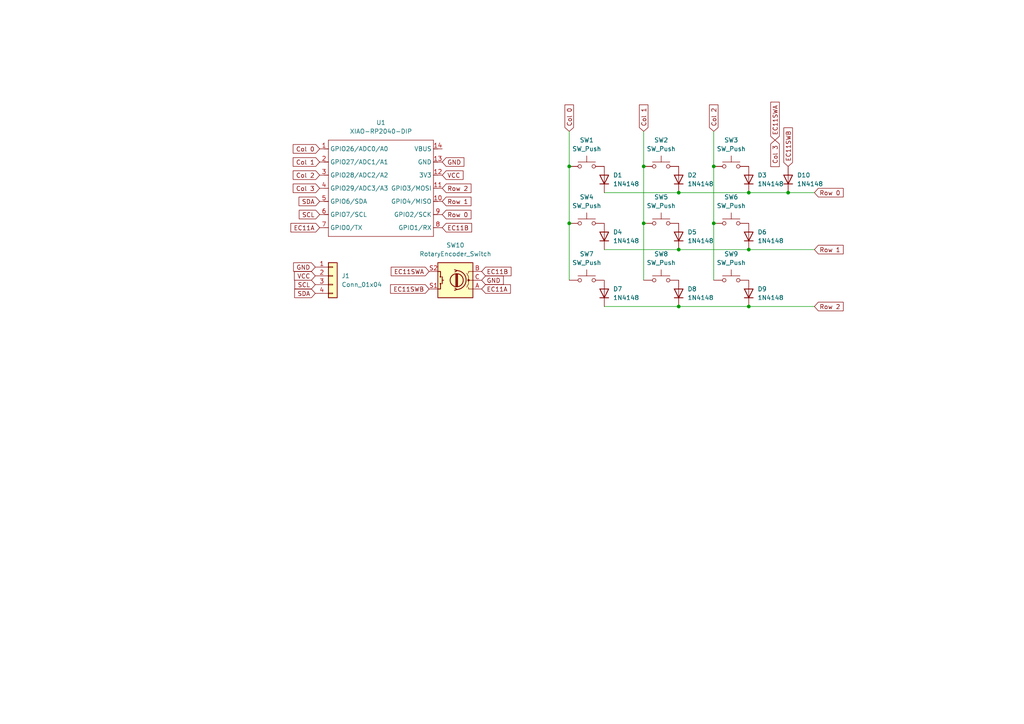
<source format=kicad_sch>
(kicad_sch (version 20250114) (generator "eeschema") (generator_version "9.0")
  (paper "A4")
  (lib_symbols
    (symbol "Connector_Generic:Conn_01x04" (pin_names (offset 1.016) (hide yes))
      (property "Reference" "J" (at 0 5.08 0))
      (property "Value" "Conn_01x04" (at 0 -7.62 0))
      (symbol "Conn_01x04_1_1"
        (rectangle (start -1.27 3.81) (end 1.27 -6.35) (stroke (width 0.254)) (fill (type background)))
        (rectangle (start -1.27 2.667) (end 0 2.413) (stroke (width 0.1524)))
        (rectangle (start -1.27 0.127) (end 0 -0.127) (stroke (width 0.1524)))
        (rectangle (start -1.27 -2.413) (end 0 -2.667) (stroke (width 0.1524)))
        (rectangle (start -1.27 -4.953) (end 0 -5.207) (stroke (width 0.1524)))
        (pin passive line (at -5.08 2.54 0) (length 3.81) (name "Pin_1") (number "1"))
        (pin passive line (at -5.08 0 0) (length 3.81) (name "Pin_2") (number "2"))
        (pin passive line (at -5.08 -2.54 0) (length 3.81) (name "Pin_3") (number "3"))
        (pin passive line (at -5.08 -5.08 0) (length 3.81) (name "Pin_4") (number "4"))
      )
    )
    (symbol "Device:RotaryEncoder_Switch" (pin_names (offset 0.254) (hide yes))
      (property "Reference" "SW" (at 0 6.604 0))
      (property "Value" "RotaryEncoder_Switch" (at 0 -6.604 0))
      (symbol "RotaryEncoder_Switch_0_1"
        (rectangle (start -5.08 5.08) (end 5.08 -5.08) (stroke (width 0.254)) (fill (type background)))
        (polyline (pts (xy -5.08 2.54) (xy -3.81 2.54) (xy -3.81 2.032)))
        (polyline (pts (xy -5.08 0) (xy -3.81 0) (xy -3.81 -1.016) (xy -3.302 -2.032)))
        (polyline (pts (xy -5.08 -2.54) (xy -3.81 -2.54) (xy -3.81 -2.032)))
        (polyline (pts (xy -4.318 0) (xy -3.81 0) (xy -3.81 1.016) (xy -3.302 2.032)))
        (circle (center -3.81 0) (radius 0.254) (fill (type outline)))
        (polyline (pts (xy -0.635 -1.778) (xy -0.635 1.778)) (stroke (width 0.254)))
        (circle (center -0.381 0) (radius 1.905) (stroke (width 0.254)))
        (polyline (pts (xy -0.381 -1.778) (xy -0.381 1.778)) (stroke (width 0.254)))
        (arc (start -0.381 -2.794) (mid -3.0988 -0.0635) (end -0.381 2.667) (stroke (width 0.254)))
        (polyline (pts (xy -0.127 1.778) (xy -0.127 -1.778)) (stroke (width 0.254)))
        (polyline (pts (xy 0.254 2.921) (xy -0.508 2.667) (xy 0.127 2.286)) (stroke (width 0.254)))
        (polyline (pts (xy 0.254 -3.048) (xy -0.508 -2.794) (xy 0.127 -2.413)) (stroke (width 0.254)))
        (polyline (pts (xy 3.81 1.016) (xy 3.81 -1.016)) (stroke (width 0.254)))
        (polyline (pts (xy 3.81 0) (xy 3.429 0)) (stroke (width 0.254)))
        (circle (center 4.318 1.016) (radius 0.127) (stroke (width 0.254)))
        (circle (center 4.318 -1.016) (radius 0.127) (stroke (width 0.254)))
        (polyline (pts (xy 5.08 2.54) (xy 4.318 2.54) (xy 4.318 1.016)) (stroke (width 0.254)))
        (polyline (pts (xy 5.08 -2.54) (xy 4.318 -2.54) (xy 4.318 -1.016)) (stroke (width 0.254)))
      )
      (symbol "RotaryEncoder_Switch_1_1"
        (pin passive line (at -7.62 2.54 0) (length 2.54) (name "A") (number "A"))
        (pin passive line (at -7.62 0 0) (length 2.54) (name "C") (number "C"))
        (pin passive line (at -7.62 -2.54 0) (length 2.54) (name "B") (number "B"))
        (pin passive line (at 7.62 2.54 180) (length 2.54) (name "S1") (number "S1"))
        (pin passive line (at 7.62 -2.54 180) (length 2.54) (name "S2") (number "S2"))
      )
    )
    (symbol "Diode:1N4148" (pin_numbers (hide yes)) (pin_names (hide yes))
      (property "Reference" "D" (at 0 2.54 0))
      (property "Value" "1N4148" (at 0 -2.54 0))
      (symbol "1N4148_0_1"
        (polyline (pts (xy -1.27 1.27) (xy -1.27 -1.27)) (stroke (width 0.254)))
        (polyline (pts (xy 1.27 1.27) (xy 1.27 -1.27) (xy -1.27 0) (xy 1.27 1.27)) (stroke (width 0.254)))
        (polyline (pts (xy 1.27 0) (xy -1.27 0)))
      )
      (symbol "1N4148_1_1"
        (pin passive line (at -3.81 0 0) (length 2.54) (name "K") (number "1"))
        (pin passive line (at 3.81 0 180) (length 2.54) (name "A") (number "2"))
      )
    )
    (symbol "OPL:XIAO-RP2040-DIP"
      (property "Reference" "U" (at 0 0 0))
      (property "Value" "XIAO-RP2040-DIP" (at 5.334 -1.778 0))
      (symbol "XIAO-RP2040-DIP_1_0"
        (polyline (pts (xy -1.27 -2.54) (xy 29.21 -2.54)) (stroke (width 0.1524)))
        (polyline (pts (xy -1.27 -5.08) (xy -2.54 -5.08)) (stroke (width 0.1524)))
        (polyline (pts (xy -1.27 -5.08) (xy -1.27 -2.54)) (stroke (width 0.1524)))
        (polyline (pts (xy -1.27 -8.89) (xy -2.54 -8.89)) (stroke (width 0.1524)))
        (polyline (pts (xy -1.27 -8.89) (xy -1.27 -5.08)) (stroke (width 0.1524)))
        (polyline (pts (xy -1.27 -12.7) (xy -2.54 -12.7)) (stroke (width 0.1524)))
        (polyline (pts (xy -1.27 -12.7) (xy -1.27 -8.89)) (stroke (width 0.1524)))
        (polyline (pts (xy -1.27 -16.51) (xy -2.54 -16.51)) (stroke (width 0.1524)))
        (polyline (pts (xy -1.27 -16.51) (xy -1.27 -12.7)) (stroke (width 0.1524)))
        (polyline (pts (xy -1.27 -20.32) (xy -2.54 -20.32)) (stroke (width 0.1524)))
        (polyline (pts (xy -1.27 -24.13) (xy -2.54 -24.13)) (stroke (width 0.1524)))
        (polyline (pts (xy -1.27 -27.94) (xy -2.54 -27.94)) (stroke (width 0.1524)))
        (polyline (pts (xy -1.27 -30.48) (xy -1.27 -16.51)) (stroke (width 0.1524)))
        (polyline (pts (xy 29.21 -2.54) (xy 29.21 -5.08)) (stroke (width 0.1524)))
        (polyline (pts (xy 29.21 -5.08) (xy 29.21 -8.89)) (stroke (width 0.1524)))
        (polyline (pts (xy 29.21 -8.89) (xy 29.21 -12.7)) (stroke (width 0.1524)))
        (polyline (pts (xy 29.21 -12.7) (xy 29.21 -30.48)) (stroke (width 0.1524)))
        (polyline (pts (xy 29.21 -30.48) (xy -1.27 -30.48)) (stroke (width 0.1524)))
        (polyline (pts (xy 30.48 -5.08) (xy 29.21 -5.08)) (stroke (width 0.1524)))
        (polyline (pts (xy 30.48 -8.89) (xy 29.21 -8.89)) (stroke (width 0.1524)))
        (polyline (pts (xy 30.48 -12.7) (xy 29.21 -12.7)) (stroke (width 0.1524)))
        (polyline (pts (xy 30.48 -16.51) (xy 29.21 -16.51)) (stroke (width 0.1524)))
        (polyline (pts (xy 30.48 -20.32) (xy 29.21 -20.32)) (stroke (width 0.1524)))
        (polyline (pts (xy 30.48 -24.13) (xy 29.21 -24.13)) (stroke (width 0.1524)))
        (polyline (pts (xy 30.48 -27.94) (xy 29.21 -27.94)) (stroke (width 0.1524)))
        (pin passive line (at -3.81 -5.08 0) (length 2.54) (name "GPIO26/ADC0/A0") (number "1"))
        (pin passive line (at -3.81 -8.89 0) (length 2.54) (name "GPIO27/ADC1/A1") (number "2"))
        (pin passive line (at -3.81 -12.7 0) (length 2.54) (name "GPIO28/ADC2/A2") (number "3"))
        (pin passive line (at -3.81 -16.51 0) (length 2.54) (name "GPIO29/ADC3/A3") (number "4"))
        (pin passive line (at -3.81 -20.32 0) (length 2.54) (name "GPIO6/SDA") (number "5"))
        (pin passive line (at -3.81 -24.13 0) (length 2.54) (name "GPIO7/SCL") (number "6"))
        (pin passive line (at -3.81 -27.94 0) (length 2.54) (name "GPIO0/TX") (number "7"))
        (pin passive line (at 31.75 -5.08 180) (length 2.54) (name "VBUS") (number "14"))
        (pin passive line (at 31.75 -8.89 180) (length 2.54) (name "GND") (number "13"))
        (pin passive line (at 31.75 -12.7 180) (length 2.54) (name "3V3") (number "12"))
        (pin passive line (at 31.75 -16.51 180) (length 2.54) (name "GPIO3/MOSI") (number "11"))
        (pin passive line (at 31.75 -20.32 180) (length 2.54) (name "GPIO4/MISO") (number "10"))
        (pin passive line (at 31.75 -24.13 180) (length 2.54) (name "GPIO2/SCK") (number "9"))
        (pin passive line (at 31.75 -27.94 180) (length 2.54) (name "GPIO1/RX") (number "8"))
      )
    )
    (symbol "Switch:SW_Push" (pin_numbers (hide yes)) (pin_names (offset 1.016) (hide yes))
      (property "Reference" "SW" (at 1.27 2.54 0))
      (property "Value" "SW_Push" (at 0 -1.524 0))
      (symbol "SW_Push_0_1"
        (circle (center -2.032 0) (radius 0.508))
        (polyline (pts (xy 0 1.27) (xy 0 3.048)))
        (circle (center 2.032 0) (radius 0.508))
        (polyline (pts (xy 2.54 1.27) (xy -2.54 1.27)))
        (pin passive line (at -5.08 0 0) (length 2.54) (name "1") (number "1"))
        (pin passive line (at 5.08 0 180) (length 2.54) (name "2") (number "2"))
      )
    )
  )
  (junction (at 228.6 55.88))
  (junction (at 165.1 64.77))
  (junction (at 186.69 48.26))
  (junction (at 196.85 72.39))
  (junction (at 196.85 88.9))
  (junction (at 165.1 48.26))
  (junction (at 217.17 88.9))
  (junction (at 207.01 48.26))
  (junction (at 217.17 55.88))
  (junction (at 217.17 72.39))
  (junction (at 196.85 55.88))
  (junction (at 207.01 64.77))
  (junction (at 186.69 64.77))
  (wire (pts (xy 165.1 64.77) (xy 165.1 81.28)))
  (wire (pts (xy 217.17 55.88) (xy 228.6 55.88)))
  (wire (pts (xy 186.69 64.77) (xy 186.69 81.28)))
  (wire (pts (xy 207.01 64.77) (xy 207.01 81.28)))
  (wire (pts (xy 217.17 72.39) (xy 236.22 72.39)))
  (wire (pts (xy 186.69 38.1) (xy 186.69 48.26)))
  (wire (pts (xy 236.22 88.9) (xy 217.17 88.9)))
  (wire (pts (xy 228.6 55.88) (xy 236.22 55.88)))
  (wire (pts (xy 175.26 88.9) (xy 196.85 88.9)))
  (wire (pts (xy 186.69 48.26) (xy 186.69 64.77)))
  (wire (pts (xy 196.85 72.39) (xy 217.17 72.39)))
  (wire (pts (xy 165.1 38.1) (xy 165.1 48.26)))
  (wire (pts (xy 196.85 55.88) (xy 217.17 55.88)))
  (wire (pts (xy 165.1 48.26) (xy 165.1 64.77)))
  (wire (pts (xy 175.26 72.39) (xy 196.85 72.39)))
  (wire (pts (xy 175.26 55.88) (xy 196.85 55.88)))
  (wire (pts (xy 207.01 48.26) (xy 207.01 64.77)))
  (wire (pts (xy 196.85 88.9) (xy 217.17 88.9)))
  (wire (pts (xy 207.01 38.1) (xy 207.01 48.26)))
  (global_label "EC11A" (shape input) (at 139.7 83.82 0) (property "Intersheetrefs" "${INTERSHEET_REFS}" (effects (hide yes))))
  (global_label "EC11B" (shape input) (at 128.27 66.04 0) (property "Intersheetrefs" "${INTERSHEET_REFS}" (effects (hide yes))))
  (global_label "Col 2" (shape input) (at 92.71 50.8 180) (property "Intersheetrefs" "${INTERSHEET_REFS}" (effects (hide yes))))
  (global_label "EC11SWB" (shape input) (at 228.6 48.26 90) (property "Intersheetrefs" "${INTERSHEET_REFS}" (effects (hide yes))))
  (global_label "GND" (shape input) (at 91.44 77.47 180) (property "Intersheetrefs" "${INTERSHEET_REFS}" (effects (hide yes))))
  (global_label "Col 0" (shape input) (at 92.71 43.18 180) (property "Intersheetrefs" "${INTERSHEET_REFS}" (effects (hide yes))))
  (global_label "EC11SWA" (shape input) (at 124.46 78.74 180) (property "Intersheetrefs" "${INTERSHEET_REFS}" (effects (hide yes))))
  (global_label "Row 1" (shape input) (at 128.27 58.42 0) (property "Intersheetrefs" "${INTERSHEET_REFS}" (effects (hide yes))))
  (global_label "EC11SWB" (shape input) (at 124.46 83.82 180) (property "Intersheetrefs" "${INTERSHEET_REFS}" (effects (hide yes))))
  (global_label "SCL" (shape input) (at 91.44 82.55 180) (property "Intersheetrefs" "${INTERSHEET_REFS}" (effects (hide yes))))
  (global_label "EC11SWA" (shape input) (at 224.79 40.64 90) (property "Intersheetrefs" "${INTERSHEET_REFS}" (effects (hide yes))))
  (global_label "Col 0" (shape input) (at 165.1 38.1 90) (property "Intersheetrefs" "${INTERSHEET_REFS}" (effects (hide yes))))
  (global_label "Col 2" (shape input) (at 207.01 38.1 90) (property "Intersheetrefs" "${INTERSHEET_REFS}" (effects (hide yes))))
  (global_label "Col 1" (shape input) (at 186.69 38.1 90) (property "Intersheetrefs" "${INTERSHEET_REFS}" (effects (hide yes))))
  (global_label "Row 0" (shape input) (at 236.22 55.88 0) (property "Intersheetrefs" "${INTERSHEET_REFS}" (effects (hide yes))))
  (global_label "Row 0" (shape input) (at 128.27 62.23 0) (property "Intersheetrefs" "${INTERSHEET_REFS}" (effects (hide yes))))
  (global_label "Row 2" (shape input) (at 236.22 88.9 0) (property "Intersheetrefs" "${INTERSHEET_REFS}" (effects (hide yes))))
  (global_label "VCC" (shape input) (at 91.44 80.01 180) (property "Intersheetrefs" "${INTERSHEET_REFS}" (effects (hide yes))))
  (global_label "Col 3" (shape input) (at 92.71 54.61 180) (property "Intersheetrefs" "${INTERSHEET_REFS}" (effects (hide yes))))
  (global_label "GND" (shape input) (at 128.27 46.99 0) (property "Intersheetrefs" "${INTERSHEET_REFS}" (effects (hide yes))))
  (global_label "SCL" (shape input) (at 92.71 62.23 180) (property "Intersheetrefs" "${INTERSHEET_REFS}" (effects (hide yes))))
  (global_label "EC11B" (shape input) (at 139.7 78.74 0) (property "Intersheetrefs" "${INTERSHEET_REFS}" (effects (hide yes))))
  (global_label "Col 1" (shape input) (at 92.71 46.99 180) (property "Intersheetrefs" "${INTERSHEET_REFS}" (effects (hide yes))))
  (global_label "Row 2" (shape input) (at 128.27 54.61 0) (property "Intersheetrefs" "${INTERSHEET_REFS}" (effects (hide yes))))
  (global_label "SDA" (shape input) (at 92.71 58.42 180) (property "Intersheetrefs" "${INTERSHEET_REFS}" (effects (hide yes))))
  (global_label "VCC" (shape input) (at 128.27 50.8 0) (property "Intersheetrefs" "${INTERSHEET_REFS}" (effects (hide yes))))
  (global_label "EC11A" (shape input) (at 92.71 66.04 180) (property "Intersheetrefs" "${INTERSHEET_REFS}" (effects (hide yes))))
  (global_label "SDA" (shape input) (at 91.44 85.09 180) (property "Intersheetrefs" "${INTERSHEET_REFS}" (effects (hide yes))))
  (global_label "Row 1" (shape input) (at 236.22 72.39 0) (property "Intersheetrefs" "${INTERSHEET_REFS}" (effects (hide yes))))
  (global_label "GND" (shape input) (at 139.7 81.28 0) (property "Intersheetrefs" "${INTERSHEET_REFS}" (effects (hide yes))))
  (global_label "Col 3" (shape input) (at 224.79 40.64 270) (property "Intersheetrefs" "${INTERSHEET_REFS}" (effects (hide yes))))
  (symbol (lib_id "Switch:SW_Push") (at 191.77 81.28 0) (unit 1)
    (property "Reference" "SW8" (at 191.77 73.66 0))
    (property "Value" "SW_Push" (at 191.77 76.2 0))
    (property "Footprint" "Button_Switch_Keyboard:SW_Cherry_MX_1.00u_PCB" (effects (hide yes)))
    (property "Description" "Push button switch, generic, two pins" (effects (hide yes)))
  )
  (symbol (lib_id "Diode:1N4148") (at 217.17 52.07 90) (unit 1)
    (property "Reference" "D3" (at 219.71 50.7999 90) (effects (justify right)))
    (property "Value" "1N4148" (at 219.71 53.3399 90) (effects (justify right)))
    (property "Footprint" "Diode_THT:D_DO-35_SOD27_P7.62mm_Horizontal" (effects (hide yes)))
    (property "Datasheet" "https://assets.nexperia.com/documents/data-sheet/1N4148_1N4448.pdf" (effects (hide yes)))
    (property "Description" "100V 0.15A standard switching diode, DO-35" (effects (hide yes)))
    (property "Sim.Device" "D" (effects (hide yes)))
    (property "Sim.Pins" "1=K 2=A" (effects (hide yes)))
  )
  (symbol (lib_id "Switch:SW_Push") (at 212.09 48.26 0) (unit 1)
    (property "Reference" "SW3" (at 212.09 40.64 0))
    (property "Value" "SW_Push" (at 212.09 43.18 0))
    (property "Footprint" "Button_Switch_Keyboard:SW_Cherry_MX_1.00u_PCB" (effects (hide yes)))
    (property "Description" "Push button switch, generic, two pins" (effects (hide yes)))
  )
  (symbol (lib_id "Diode:1N4148") (at 175.26 85.09 90) (unit 1)
    (property "Reference" "D7" (at 177.8 83.8199 90) (effects (justify right)))
    (property "Value" "1N4148" (at 177.8 86.3599 90) (effects (justify right)))
    (property "Footprint" "Diode_THT:D_DO-35_SOD27_P7.62mm_Horizontal" (effects (hide yes)))
    (property "Datasheet" "https://assets.nexperia.com/documents/data-sheet/1N4148_1N4448.pdf" (effects (hide yes)))
    (property "Description" "100V 0.15A standard switching diode, DO-35" (effects (hide yes)))
    (property "Sim.Device" "D" (effects (hide yes)))
    (property "Sim.Pins" "1=K 2=A" (effects (hide yes)))
  )
  (symbol (lib_id "Diode:1N4148") (at 217.17 85.09 90) (unit 1)
    (property "Reference" "D9" (at 219.71 83.8199 90) (effects (justify right)))
    (property "Value" "1N4148" (at 219.71 86.3599 90) (effects (justify right)))
    (property "Footprint" "Diode_THT:D_DO-35_SOD27_P7.62mm_Horizontal" (effects (hide yes)))
    (property "Datasheet" "https://assets.nexperia.com/documents/data-sheet/1N4148_1N4448.pdf" (effects (hide yes)))
    (property "Description" "100V 0.15A standard switching diode, DO-35" (effects (hide yes)))
    (property "Sim.Device" "D" (effects (hide yes)))
    (property "Sim.Pins" "1=K 2=A" (effects (hide yes)))
  )
  (symbol (lib_id "Switch:SW_Push") (at 212.09 81.28 0) (unit 1)
    (property "Reference" "SW9" (at 212.09 73.66 0))
    (property "Value" "SW_Push" (at 212.09 76.2 0))
    (property "Footprint" "Button_Switch_Keyboard:SW_Cherry_MX_1.00u_PCB" (effects (hide yes)))
    (property "Description" "Push button switch, generic, two pins" (effects (hide yes)))
  )
  (symbol (lib_id "Diode:1N4148") (at 196.85 68.58 90) (unit 1)
    (property "Reference" "D5" (at 199.39 67.3099 90) (effects (justify right)))
    (property "Value" "1N4148" (at 199.39 69.8499 90) (effects (justify right)))
    (property "Footprint" "Diode_THT:D_DO-35_SOD27_P7.62mm_Horizontal" (effects (hide yes)))
    (property "Datasheet" "https://assets.nexperia.com/documents/data-sheet/1N4148_1N4448.pdf" (effects (hide yes)))
    (property "Description" "100V 0.15A standard switching diode, DO-35" (effects (hide yes)))
    (property "Sim.Device" "D" (effects (hide yes)))
    (property "Sim.Pins" "1=K 2=A" (effects (hide yes)))
  )
  (symbol (lib_id "Diode:1N4148") (at 228.6 52.07 90) (unit 1)
    (property "Reference" "D10" (at 231.14 50.7999 90) (effects (justify right)))
    (property "Value" "1N4148" (at 231.14 53.3399 90) (effects (justify right)))
    (property "Footprint" "Diode_THT:D_DO-35_SOD27_P7.62mm_Horizontal" (effects (hide yes)))
    (property "Datasheet" "https://assets.nexperia.com/documents/data-sheet/1N4148_1N4448.pdf" (effects (hide yes)))
    (property "Description" "100V 0.15A standard switching diode, DO-35" (effects (hide yes)))
    (property "Sim.Device" "D" (effects (hide yes)))
    (property "Sim.Pins" "1=K 2=A" (effects (hide yes)))
  )
  (symbol (lib_id "OPL:XIAO-RP2040-DIP") (at 96.52 38.1 0) (unit 1)
    (property "Reference" "U1" (at 110.49 35.56 0))
    (property "Value" "XIAO-RP2040-DIP" (at 110.49 38.1 0))
    (property "Footprint" "OPL:XIAO-RP2040-DIP" (effects (hide yes)))
  )
  (symbol (lib_id "Diode:1N4148") (at 217.17 68.58 90) (unit 1)
    (property "Reference" "D6" (at 219.71 67.3099 90) (effects (justify right)))
    (property "Value" "1N4148" (at 219.71 69.8499 90) (effects (justify right)))
    (property "Footprint" "Diode_THT:D_DO-35_SOD27_P7.62mm_Horizontal" (effects (hide yes)))
    (property "Datasheet" "https://assets.nexperia.com/documents/data-sheet/1N4148_1N4448.pdf" (effects (hide yes)))
    (property "Description" "100V 0.15A standard switching diode, DO-35" (effects (hide yes)))
    (property "Sim.Device" "D" (effects (hide yes)))
    (property "Sim.Pins" "1=K 2=A" (effects (hide yes)))
  )
  (symbol (lib_id "Device:RotaryEncoder_Switch") (at 132.08 81.28 180) (unit 1)
    (property "Reference" "SW10" (at 132.08 71.12 0))
    (property "Value" "RotaryEncoder_Switch" (at 132.08 73.66 0))
    (property "Footprint" "Rotary_Encoder:RotaryEncoder_Alps_EC11E-Switch_Vertical_H20mm" (effects (hide yes)))
    (property "Description" "Rotary encoder, dual channel, incremental quadrate outputs, with switch" (effects (hide yes)))
  )
  (symbol (lib_id "Switch:SW_Push") (at 170.18 64.77 0) (unit 1)
    (property "Reference" "SW4" (at 170.18 57.15 0))
    (property "Value" "SW_Push" (at 170.18 59.69 0))
    (property "Footprint" "Button_Switch_Keyboard:SW_Cherry_MX_1.00u_PCB" (effects (hide yes)))
    (property "Description" "Push button switch, generic, two pins" (effects (hide yes)))
  )
  (symbol (lib_id "Diode:1N4148") (at 175.26 52.07 90) (unit 1)
    (property "Reference" "D1" (at 177.8 50.7999 90) (effects (justify right)))
    (property "Value" "1N4148" (at 177.8 53.3399 90) (effects (justify right)))
    (property "Footprint" "Diode_THT:D_DO-35_SOD27_P7.62mm_Horizontal" (effects (hide yes)))
    (property "Datasheet" "https://assets.nexperia.com/documents/data-sheet/1N4148_1N4448.pdf" (effects (hide yes)))
    (property "Description" "100V 0.15A standard switching diode, DO-35" (effects (hide yes)))
    (property "Sim.Device" "D" (effects (hide yes)))
    (property "Sim.Pins" "1=K 2=A" (effects (hide yes)))
  )
  (symbol (lib_id "Switch:SW_Push") (at 170.18 48.26 0) (unit 1)
    (property "Reference" "SW1" (at 170.18 40.64 0))
    (property "Value" "SW_Push" (at 170.18 43.18 0))
    (property "Footprint" "Button_Switch_Keyboard:SW_Cherry_MX_1.00u_PCB" (effects (hide yes)))
    (property "Description" "Push button switch, generic, two pins" (effects (hide yes)))
  )
  (symbol (lib_id "Switch:SW_Push") (at 212.09 64.77 0) (unit 1)
    (property "Reference" "SW6" (at 212.09 57.15 0))
    (property "Value" "SW_Push" (at 212.09 59.69 0))
    (property "Footprint" "Button_Switch_Keyboard:SW_Cherry_MX_1.00u_PCB" (effects (hide yes)))
    (property "Description" "Push button switch, generic, two pins" (effects (hide yes)))
  )
  (symbol (lib_id "Switch:SW_Push") (at 170.18 81.28 0) (unit 1)
    (property "Reference" "SW7" (at 170.18 73.66 0))
    (property "Value" "SW_Push" (at 170.18 76.2 0))
    (property "Footprint" "Button_Switch_Keyboard:SW_Cherry_MX_1.00u_PCB" (effects (hide yes)))
    (property "Description" "Push button switch, generic, two pins" (effects (hide yes)))
  )
  (symbol (lib_id "Diode:1N4148") (at 196.85 85.09 90) (unit 1)
    (property "Reference" "D8" (at 199.39 83.8199 90) (effects (justify right)))
    (property "Value" "1N4148" (at 199.39 86.3599 90) (effects (justify right)))
    (property "Footprint" "Diode_THT:D_DO-35_SOD27_P7.62mm_Horizontal" (effects (hide yes)))
    (property "Datasheet" "https://assets.nexperia.com/documents/data-sheet/1N4148_1N4448.pdf" (effects (hide yes)))
    (property "Description" "100V 0.15A standard switching diode, DO-35" (effects (hide yes)))
    (property "Sim.Device" "D" (effects (hide yes)))
    (property "Sim.Pins" "1=K 2=A" (effects (hide yes)))
  )
  (symbol (lib_id "Diode:1N4148") (at 175.26 68.58 90) (unit 1)
    (property "Reference" "D4" (at 177.8 67.3099 90) (effects (justify right)))
    (property "Value" "1N4148" (at 177.8 69.8499 90) (effects (justify right)))
    (property "Footprint" "Diode_THT:D_DO-35_SOD27_P7.62mm_Horizontal" (effects (hide yes)))
    (property "Datasheet" "https://assets.nexperia.com/documents/data-sheet/1N4148_1N4448.pdf" (effects (hide yes)))
    (property "Description" "100V 0.15A standard switching diode, DO-35" (effects (hide yes)))
    (property "Sim.Device" "D" (effects (hide yes)))
    (property "Sim.Pins" "1=K 2=A" (effects (hide yes)))
  )
  (symbol (lib_id "Switch:SW_Push") (at 191.77 48.26 0) (unit 1)
    (property "Reference" "SW2" (at 191.77 40.64 0))
    (property "Value" "SW_Push" (at 191.77 43.18 0))
    (property "Footprint" "Button_Switch_Keyboard:SW_Cherry_MX_1.00u_PCB" (effects (hide yes)))
    (property "Description" "Push button switch, generic, two pins" (effects (hide yes)))
  )
  (symbol (lib_id "Diode:1N4148") (at 196.85 52.07 90) (unit 1)
    (property "Reference" "D2" (at 199.39 50.7999 90) (effects (justify right)))
    (property "Value" "1N4148" (at 199.39 53.3399 90) (effects (justify right)))
    (property "Footprint" "Diode_THT:D_DO-35_SOD27_P7.62mm_Horizontal" (effects (hide yes)))
    (property "Datasheet" "https://assets.nexperia.com/documents/data-sheet/1N4148_1N4448.pdf" (effects (hide yes)))
    (property "Description" "100V 0.15A standard switching diode, DO-35" (effects (hide yes)))
    (property "Sim.Device" "D" (effects (hide yes)))
    (property "Sim.Pins" "1=K 2=A" (effects (hide yes)))
  )
  (symbol (lib_id "Connector_Generic:Conn_01x04") (at 96.52 80.01 0) (unit 1)
    (property "Reference" "J1" (at 99.06 80.0099 0) (effects (justify left)))
    (property "Value" "Conn_01x04" (at 99.06 82.5499 0) (effects (justify left)))
    (property "Footprint" "Gorbachev:SSD1306-0.91-OLED-4pin-128x32" (effects (hide yes)))
    (property "Description" "Generic connector, single row, 01x04, script generated (kicad-library-utils/schlib/autogen/connector/)" (effects (hide yes)))
  )
  (symbol (lib_id "Switch:SW_Push") (at 191.77 64.77 0) (unit 1)
    (property "Reference" "SW5" (at 191.77 57.15 0))
    (property "Value" "SW_Push" (at 191.77 59.69 0))
    (property "Footprint" "Button_Switch_Keyboard:SW_Cherry_MX_1.00u_PCB" (effects (hide yes)))
    (property "Description" "Push button switch, generic, two pins" (effects (hide yes)))
  )
)
</source>
